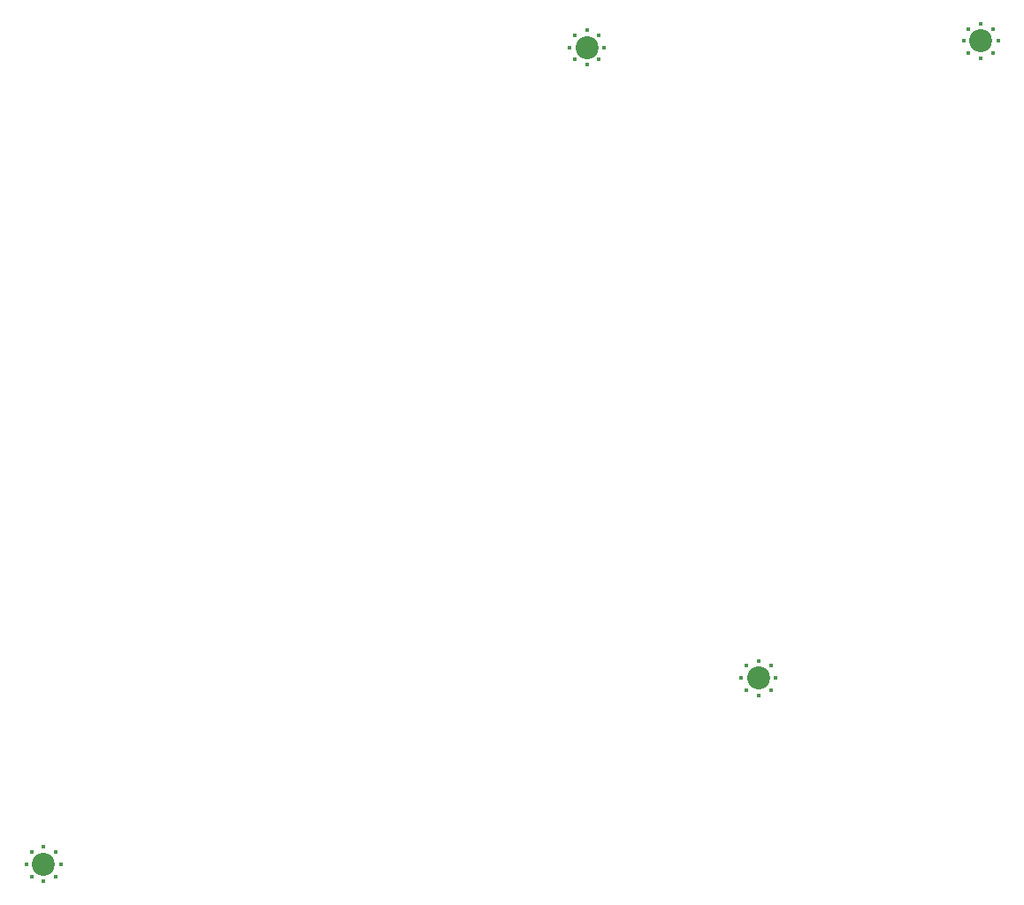
<source format=gbr>
%TF.GenerationSoftware,KiCad,Pcbnew,9.0.2-9.0.2-0~ubuntu24.04.1*%
%TF.CreationDate,2025-07-03T20:09:34-04:00*%
%TF.ProjectId,raw split bottom,72617720-7370-46c6-9974-20626f74746f,rev?*%
%TF.SameCoordinates,Original*%
%TF.FileFunction,Plated,1,2,PTH,Drill*%
%TF.FilePolarity,Positive*%
%FSLAX46Y46*%
G04 Gerber Fmt 4.6, Leading zero omitted, Abs format (unit mm)*
G04 Created by KiCad (PCBNEW 9.0.2-9.0.2-0~ubuntu24.04.1) date 2025-07-03 20:09:34*
%MOMM*%
%LPD*%
G01*
G04 APERTURE LIST*
%TA.AperFunction,ComponentDrill*%
%ADD10C,0.400000*%
%TD*%
%TA.AperFunction,ComponentDrill*%
%ADD11C,2.200000*%
%TD*%
G04 APERTURE END LIST*
D10*
%TO.C,  *%
X102840000Y-146030000D03*
X103323274Y-144863274D03*
X103323274Y-147196726D03*
X104490000Y-144380000D03*
X104490000Y-147680000D03*
X105656726Y-144863274D03*
X105656726Y-147196726D03*
X106140000Y-146030000D03*
X154830000Y-67780000D03*
X155313274Y-66613274D03*
X155313274Y-68946726D03*
X156480000Y-66130000D03*
X156480000Y-69430000D03*
X157646726Y-66613274D03*
X157646726Y-68946726D03*
X158130000Y-67780000D03*
X171290000Y-128190000D03*
X171773274Y-127023274D03*
X171773274Y-129356726D03*
X172940000Y-126540000D03*
X172940000Y-129840000D03*
X174106726Y-127023274D03*
X174106726Y-129356726D03*
X174590000Y-128190000D03*
X192570000Y-67170000D03*
X193053274Y-66003274D03*
X193053274Y-68336726D03*
X194220000Y-65520000D03*
X194220000Y-68820000D03*
X195386726Y-66003274D03*
X195386726Y-68336726D03*
X195870000Y-67170000D03*
D11*
X104490000Y-146030000D03*
X156480000Y-67780000D03*
X172940000Y-128190000D03*
X194220000Y-67170000D03*
M02*

</source>
